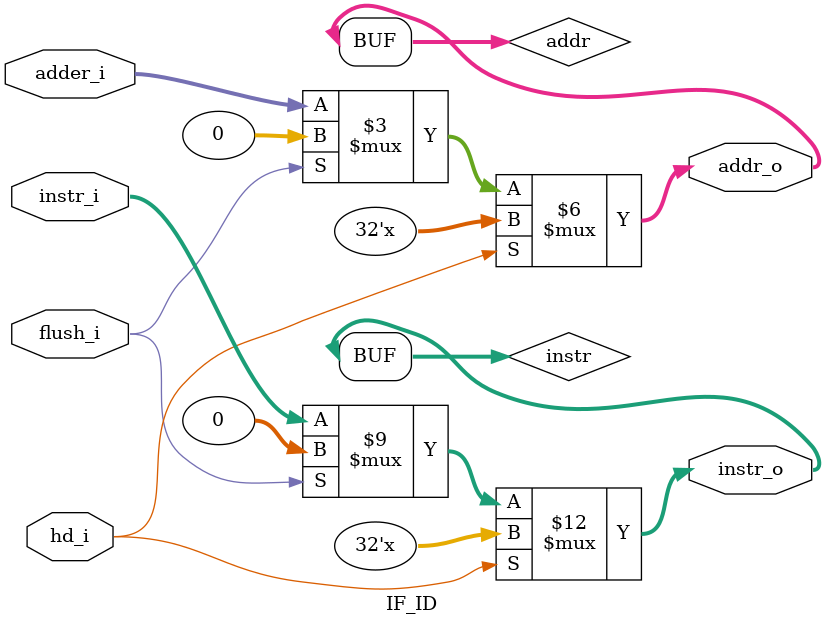
<source format=v>
module IF_ID
(
	hd_i,
	adder_i,
	instr_i,
	flush_i,
	instr_o,
	addr_o	
);

input 			hd_i,flush_i;
input [31:0]	adder_i,instr_i;
output	[31:0]	instr_o,addr_o;

reg [31:0]	addr,instr;

assign instr_o=instr;
assign addr_o=addr;

always@(hd_i or adder_i or instr_i or flush_i)begin
	if(hd_i)begin
		instr <= instr;
		addr <= addr;
	end
	else if(flush_i)begin
		instr <= 32'b0;
		addr <= 32'b0;
	end
	else begin
		instr <= instr_i;
		addr <= adder_i;
	end
end

endmodule

</source>
